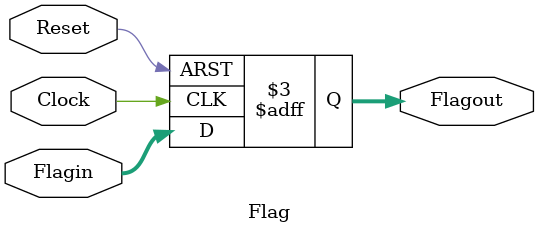
<source format=v>
`default_nettype none
module Flag(
   input Clock,
   input Reset,
   input [7:0] Flagin,
   output reg [7:0] Flagout
);

   always @(posedge Clock, negedge Reset)
      if (~Reset)
         Flagout <= 8'b0;
      else
         Flagout <= Flagin;

endmodule

</source>
